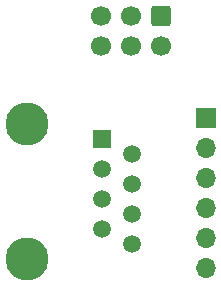
<source format=gbr>
%TF.GenerationSoftware,KiCad,Pcbnew,8.0.1*%
%TF.CreationDate,2024-05-12T19:39:20+02:00*%
%TF.ProjectId,lsx-1,6c73782d-312e-46b6-9963-61645f706362,1.0*%
%TF.SameCoordinates,Original*%
%TF.FileFunction,Soldermask,Top*%
%TF.FilePolarity,Negative*%
%FSLAX46Y46*%
G04 Gerber Fmt 4.6, Leading zero omitted, Abs format (unit mm)*
G04 Created by KiCad (PCBNEW 8.0.1) date 2024-05-12 19:39:20*
%MOMM*%
%LPD*%
G01*
G04 APERTURE LIST*
G04 Aperture macros list*
%AMRoundRect*
0 Rectangle with rounded corners*
0 $1 Rounding radius*
0 $2 $3 $4 $5 $6 $7 $8 $9 X,Y pos of 4 corners*
0 Add a 4 corners polygon primitive as box body*
4,1,4,$2,$3,$4,$5,$6,$7,$8,$9,$2,$3,0*
0 Add four circle primitives for the rounded corners*
1,1,$1+$1,$2,$3*
1,1,$1+$1,$4,$5*
1,1,$1+$1,$6,$7*
1,1,$1+$1,$8,$9*
0 Add four rect primitives between the rounded corners*
20,1,$1+$1,$2,$3,$4,$5,0*
20,1,$1+$1,$4,$5,$6,$7,0*
20,1,$1+$1,$6,$7,$8,$9,0*
20,1,$1+$1,$8,$9,$2,$3,0*%
G04 Aperture macros list end*
%ADD10C,3.650000*%
%ADD11R,1.500000X1.500000*%
%ADD12C,1.500000*%
%ADD13R,1.700000X1.700000*%
%ADD14O,1.700000X1.700000*%
%ADD15RoundRect,0.250000X-0.600000X0.600000X-0.600000X-0.600000X0.600000X-0.600000X0.600000X0.600000X0*%
%ADD16C,1.700000*%
G04 APERTURE END LIST*
D10*
%TO.C,J1*%
X84650000Y-62245000D03*
X84650000Y-73675000D03*
D11*
X91000000Y-63515000D03*
D12*
X93540000Y-64785000D03*
X91000000Y-66055000D03*
X93540000Y-67325001D03*
X91000000Y-68595000D03*
X93540000Y-69865000D03*
X91000000Y-71135000D03*
X93540000Y-72405000D03*
%TD*%
D13*
%TO.C,J2*%
X99825000Y-61740000D03*
D14*
X99825000Y-64280000D03*
X99825000Y-66820000D03*
X99825000Y-69360000D03*
X99825000Y-71900000D03*
X99825000Y-74440000D03*
%TD*%
D15*
%TO.C,J3*%
X96012000Y-53162200D03*
D16*
X96012000Y-55702200D03*
X93472000Y-53162200D03*
X93472000Y-55702200D03*
X90932000Y-53162200D03*
X90932000Y-55702200D03*
%TD*%
M02*

</source>
